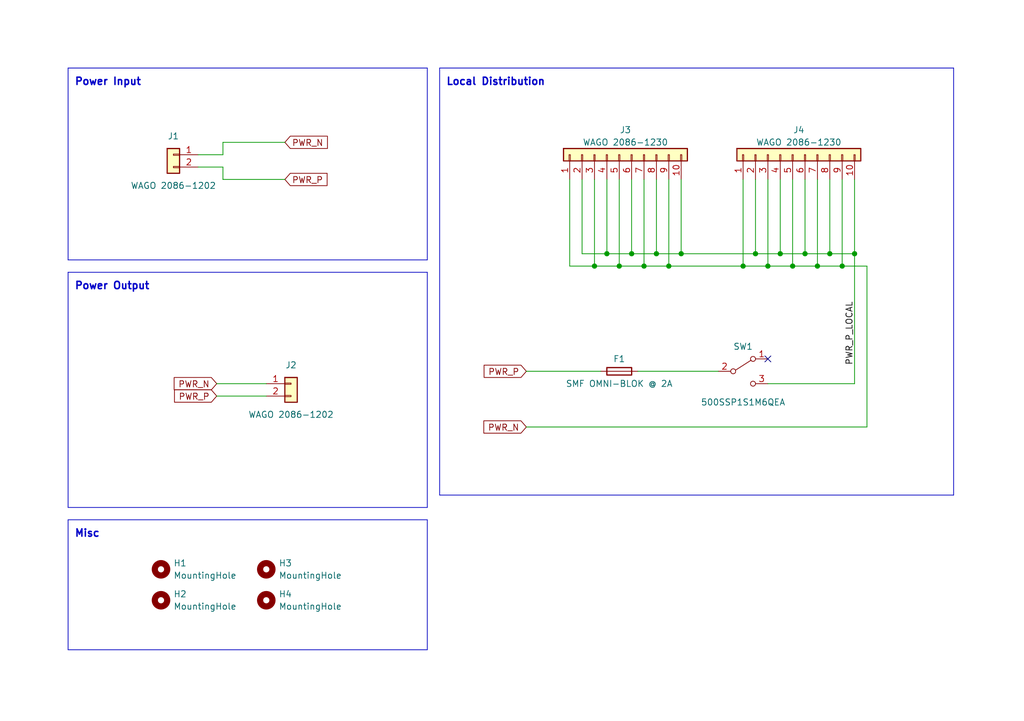
<source format=kicad_sch>
(kicad_sch (version 20230121) (generator eeschema)
  (paper "A5")
  (title_block (title "Model Train Power Distribution Board") (date "2023-02-25") (rev "2") (company "Jonas Döbertin"))
  (lib_symbols
    (symbol "Connector_Generic:Conn_01x02" (pin_names (offset 1.016) hide)
      (property "Reference" "J" (at 0 2.54 0))
      (property "Value" "Conn_01x02" (at 0 -5.08 0))
      (symbol "Conn_01x02_1_1"
        (rectangle (start -1.27 -2.413) (end 0 -2.667) (stroke (width 0.1524)))
        (rectangle (start -1.27 0.127) (end 0 -0.127) (stroke (width 0.1524)))
        (rectangle (start -1.27 1.27) (end 1.27 -3.81) (stroke (width 0.254)) (fill (type background)))
        (pin passive line (at -5.08 0 0) (length 3.81) (name "Pin_1") (number "1"))
        (pin passive line (at -5.08 -2.54 0) (length 3.81) (name "Pin_2") (number "2"))
      )
    )
    (symbol "Connector_Generic:Conn_01x10" (pin_names (offset 1.016) hide)
      (property "Reference" "J" (at 0 12.7 0))
      (property "Value" "Conn_01x10" (at 0 -15.24 0))
      (symbol "Conn_01x10_1_1"
        (rectangle (start -1.27 -12.573) (end 0 -12.827) (stroke (width 0.1524)))
        (rectangle (start -1.27 -10.033) (end 0 -10.287) (stroke (width 0.1524)))
        (rectangle (start -1.27 -7.493) (end 0 -7.747) (stroke (width 0.1524)))
        (rectangle (start -1.27 -4.953) (end 0 -5.207) (stroke (width 0.1524)))
        (rectangle (start -1.27 -2.413) (end 0 -2.667) (stroke (width 0.1524)))
        (rectangle (start -1.27 0.127) (end 0 -0.127) (stroke (width 0.1524)))
        (rectangle (start -1.27 2.667) (end 0 2.413) (stroke (width 0.1524)))
        (rectangle (start -1.27 5.207) (end 0 4.953) (stroke (width 0.1524)))
        (rectangle (start -1.27 7.747) (end 0 7.493) (stroke (width 0.1524)))
        (rectangle (start -1.27 10.287) (end 0 10.033) (stroke (width 0.1524)))
        (rectangle (start -1.27 11.43) (end 1.27 -13.97) (stroke (width 0.254)) (fill (type background)))
        (pin passive line (at -5.08 10.16 0) (length 3.81) (name "Pin_1") (number "1"))
        (pin passive line (at -5.08 -12.7 0) (length 3.81) (name "Pin_10") (number "10"))
        (pin passive line (at -5.08 7.62 0) (length 3.81) (name "Pin_2") (number "2"))
        (pin passive line (at -5.08 5.08 0) (length 3.81) (name "Pin_3") (number "3"))
        (pin passive line (at -5.08 2.54 0) (length 3.81) (name "Pin_4") (number "4"))
        (pin passive line (at -5.08 0 0) (length 3.81) (name "Pin_5") (number "5"))
        (pin passive line (at -5.08 -2.54 0) (length 3.81) (name "Pin_6") (number "6"))
        (pin passive line (at -5.08 -5.08 0) (length 3.81) (name "Pin_7") (number "7"))
        (pin passive line (at -5.08 -7.62 0) (length 3.81) (name "Pin_8") (number "8"))
        (pin passive line (at -5.08 -10.16 0) (length 3.81) (name "Pin_9") (number "9"))
      )
    )
    (symbol "Device:Fuse" (pin_numbers hide) (pin_names (offset 0))
      (property "Reference" "F" (at 2.032 0 90))
      (property "Value" "Fuse" (at -1.905 0 90))
      (symbol "Fuse_0_1"
        (rectangle (start -0.762 -2.54) (end 0.762 2.54) (stroke (width 0.254)))
        (polyline (pts (xy 0 2.54) (xy 0 -2.54)))
      )
      (symbol "Fuse_1_1"
        (pin passive line (at 0 3.81 270) (length 1.27) (name "~") (number "1"))
        (pin passive line (at 0 -3.81 90) (length 1.27) (name "~") (number "2"))
      )
    )
    (symbol "Mechanical:MountingHole" (pin_names (offset 1.016))
      (property "Reference" "H" (at 0 5.08 0))
      (property "Value" "MountingHole" (at 0 3.175 0))
      (symbol "MountingHole_0_1"
        (circle (center 0 0) (radius 1.27) (stroke (width 1.27)))
      )
    )
    (symbol "Switch:SW_SPDT" (pin_names (offset 0) hide)
      (property "Reference" "SW" (at 0 4.318 0))
      (property "Value" "SW_SPDT" (at 0 -5.08 0))
      (symbol "SW_SPDT_0_0"
        (circle (center -2.032 0) (radius 0.508))
        (circle (center 2.032 -2.54) (radius 0.508))
      )
      (symbol "SW_SPDT_0_1"
        (polyline (pts (xy -1.524 0.254) (xy 1.651 2.286)))
        (circle (center 2.032 2.54) (radius 0.508))
      )
      (symbol "SW_SPDT_1_1"
        (pin passive line (at 5.08 2.54 180) (length 2.54) (name "A") (number "1"))
        (pin passive line (at -5.08 0 0) (length 2.54) (name "B") (number "2"))
        (pin passive line (at 5.08 -2.54 180) (length 2.54) (name "C") (number "3"))
      )
    )
  )
  (junction (at 139.7 52.07))
  (junction (at 157.48 54.61))
  (junction (at 165.1 52.07))
  (junction (at 132.08 54.61))
  (junction (at 121.92 54.61))
  (junction (at 162.56 54.61))
  (junction (at 175.26 52.07))
  (junction (at 129.54 52.07))
  (junction (at 160.02 52.07))
  (junction (at 170.18 52.07))
  (junction (at 127 54.61))
  (junction (at 167.64 54.61))
  (junction (at 154.94 52.07))
  (junction (at 152.4 54.61))
  (junction (at 134.62 52.07))
  (junction (at 172.72 54.61))
  (junction (at 124.46 52.07))
  (junction (at 137.16 54.61))
  (no_connect (at 157.48 73.66))
  (wire (pts (xy 170.18 52.07) (xy 175.26 52.07)))
  (wire (pts (xy 132.08 36.83) (xy 132.08 54.61)))
  (wire (pts (xy 167.64 36.83) (xy 167.64 54.61)))
  (wire (pts (xy 130.81 76.2) (xy 147.32 76.2)))
  (wire (pts (xy 162.56 36.83) (xy 162.56 54.61)))
  (polyline (pts (xy 13.97 55.88) (xy 13.97 104.14)))
  (wire (pts (xy 177.8 54.61) (xy 177.8 87.63)))
  (wire (pts (xy 124.46 52.07) (xy 129.54 52.07)))
  (wire (pts (xy 121.92 54.61) (xy 127 54.61)))
  (wire (pts (xy 124.46 36.83) (xy 124.46 52.07)))
  (wire (pts (xy 175.26 78.74) (xy 175.26 52.07)))
  (polyline (pts (xy 13.97 55.88) (xy 87.63 55.88)))
  (wire (pts (xy 139.7 52.07) (xy 154.94 52.07)))
  (wire (pts (xy 119.38 36.83) (xy 119.38 52.07)))
  (polyline (pts (xy 87.63 13.97) (xy 87.63 53.34)))
  (wire (pts (xy 119.38 52.07) (xy 124.46 52.07)))
  (wire (pts (xy 134.62 52.07) (xy 139.7 52.07)))
  (wire (pts (xy 44.45 78.74) (xy 54.61 78.74)))
  (wire (pts (xy 157.48 36.83) (xy 157.48 54.61)))
  (wire (pts (xy 129.54 52.07) (xy 134.62 52.07)))
  (wire (pts (xy 154.94 52.07) (xy 160.02 52.07)))
  (polyline (pts (xy 13.97 13.97) (xy 87.63 13.97)))
  (wire (pts (xy 172.72 36.83) (xy 172.72 54.61)))
  (polyline (pts (xy 13.97 106.68) (xy 13.97 133.35)))
  (polyline (pts (xy 13.97 106.68) (xy 87.63 106.68)))
  (wire (pts (xy 137.16 54.61) (xy 152.4 54.61)))
  (polyline (pts (xy 87.63 55.88) (xy 87.63 104.14)))
  (wire (pts (xy 45.72 34.29) (xy 45.72 36.83)))
  (polyline (pts (xy 87.63 53.34) (xy 13.97 53.34)))
  (polyline (pts (xy 87.63 106.68) (xy 87.63 133.35)))
  (wire (pts (xy 116.84 54.61) (xy 121.92 54.61)))
  (polyline (pts (xy 87.63 133.35) (xy 13.97 133.35)))
  (wire (pts (xy 157.48 54.61) (xy 162.56 54.61)))
  (polyline (pts (xy 87.63 104.14) (xy 13.97 104.14)))
  (wire (pts (xy 40.64 31.75) (xy 45.72 31.75)))
  (wire (pts (xy 134.62 36.83) (xy 134.62 52.07)))
  (wire (pts (xy 165.1 52.07) (xy 170.18 52.07)))
  (wire (pts (xy 45.72 29.21) (xy 58.42 29.21)))
  (wire (pts (xy 162.56 54.61) (xy 167.64 54.61)))
  (wire (pts (xy 132.08 54.61) (xy 137.16 54.61)))
  (wire (pts (xy 121.92 36.83) (xy 121.92 54.61)))
  (wire (pts (xy 116.84 36.83) (xy 116.84 54.61)))
  (wire (pts (xy 157.48 78.74) (xy 175.26 78.74)))
  (wire (pts (xy 127 36.83) (xy 127 54.61)))
  (wire (pts (xy 165.1 36.83) (xy 165.1 52.07)))
  (wire (pts (xy 154.94 36.83) (xy 154.94 52.07)))
  (polyline (pts (xy 195.58 13.97) (xy 195.58 101.6)))
  (wire (pts (xy 177.8 87.63) (xy 107.95 87.63)))
  (polyline (pts (xy 90.17 13.97) (xy 195.58 13.97)))
  (wire (pts (xy 137.16 36.83) (xy 137.16 54.61)))
  (wire (pts (xy 107.95 76.2) (xy 123.19 76.2)))
  (wire (pts (xy 152.4 36.83) (xy 152.4 54.61)))
  (wire (pts (xy 175.26 36.83) (xy 175.26 52.07)))
  (wire (pts (xy 45.72 29.21) (xy 45.72 31.75)))
  (wire (pts (xy 160.02 52.07) (xy 165.1 52.07)))
  (wire (pts (xy 177.8 54.61) (xy 172.72 54.61)))
  (wire (pts (xy 127 54.61) (xy 132.08 54.61)))
  (polyline (pts (xy 13.97 13.97) (xy 13.97 53.34)))
  (wire (pts (xy 170.18 36.83) (xy 170.18 52.07)))
  (wire (pts (xy 44.45 81.28) (xy 54.61 81.28)))
  (wire (pts (xy 152.4 54.61) (xy 157.48 54.61)))
  (wire (pts (xy 45.72 36.83) (xy 58.42 36.83)))
  (wire (pts (xy 129.54 36.83) (xy 129.54 52.07)))
  (wire (pts (xy 139.7 36.83) (xy 139.7 52.07)))
  (wire (pts (xy 40.64 34.29) (xy 45.72 34.29)))
  (wire (pts (xy 160.02 36.83) (xy 160.02 52.07)))
  (polyline (pts (xy 90.17 101.6) (xy 90.17 13.97)))
  (wire (pts (xy 167.64 54.61) (xy 172.72 54.61)))
  (polyline (pts (xy 90.17 101.6) (xy 195.58 101.6)))
  (text "Misc" (at 15.24 110.49 0) (effects (font (size 1.5 1.5) (thickness 0.3) bold) (justify left bottom)))
  (text "Power Output" (at 15.24 59.69 0) (effects (font (size 1.5 1.5) (thickness 0.3) bold) (justify left bottom)))
  (text "Power Input" (at 15.24 17.78 0) (effects (font (size 1.5 1.5) (thickness 0.3) bold) (justify left bottom)))
  (text "Local Distribution" (at 91.44 17.78 0) (effects (font (size 1.5 1.5) (thickness 0.3) bold) (justify left bottom)))
  (label "PWR_P_LOCAL" (at 175.26 74.93 90))
  (global_label "PWR_P" (shape input) (at 44.45 81.28 180) (property "Intersheetrefs" "${INTERSHEET_REFS}" (effects hide)))
  (global_label "PWR_N" (shape input) (at 44.45 78.74 180) (property "Intersheetrefs" "${INTERSHEET_REFS}" (effects hide)))
  (global_label "PWR_P" (shape input) (at 107.95 76.2 180) (property "Intersheetrefs" "${INTERSHEET_REFS}" (effects hide)))
  (global_label "PWR_N" (shape input) (at 107.95 87.63 180) (property "Intersheetrefs" "${INTERSHEET_REFS}" (effects hide)))
  (global_label "PWR_N" (shape input) (at 58.42 29.21 0) (property "Intersheetrefs" "${INTERSHEET_REFS}" (effects hide)))
  (global_label "PWR_P" (shape input) (at 58.42 36.83 0) (property "Intersheetrefs" "${INTERSHEET_REFS}" (effects hide)))
  (symbol (lib_id "Mechanical:MountingHole") (at 33.02 123.19 0) (unit 1)
    (property "Reference" "H2" (at 35.56 121.9199 0) (effects (justify left)))
    (property "Value" "MountingHole" (at 35.56 124.4599 0) (effects (justify left)))
    (property "Footprint" "MountingHole:MountingHole_3.2mm_M3" (effects hide))
  )
  (symbol (lib_id "Connector_Generic:Conn_01x10") (at 127 31.75 90) (unit 1)
    (property "Reference" "J3" (at 128.27 26.67 90))
    (property "Value" "WAGO 2086-1230" (at 128.27 29.21 90))
    (property "Footprint" "Connector_Wago:WAGO_2086-1230" (effects hide))
  )
  (symbol (lib_id "Mechanical:MountingHole") (at 54.61 123.19 0) (unit 1)
    (property "Reference" "H4" (at 57.15 121.9199 0) (effects (justify left)))
    (property "Value" "MountingHole" (at 57.15 124.4599 0) (effects (justify left)))
    (property "Footprint" "MountingHole:MountingHole_3.2mm_M3" (effects hide))
  )
  (symbol (lib_id "Connector_Generic:Conn_01x02") (at 59.69 78.74 0) (unit 1)
    (property "Reference" "J2" (at 59.69 74.93 0))
    (property "Value" "WAGO 2086-1202" (at 59.69 85.09 0))
    (property "Footprint" "Connector_Wago:WAGO_2086-1202" (effects hide))
  )
  (symbol (lib_id "Connector_Generic:Conn_01x02") (at 35.56 31.75 0) (mirror y) (unit 1)
    (property "Reference" "J1" (at 35.56 27.94 0))
    (property "Value" "WAGO 2086-1202" (at 35.56 38.1 0))
    (property "Footprint" "Connector_Wago:WAGO_2086-1202" (effects hide))
  )
  (symbol (lib_id "Switch:SW_SPDT") (at 152.4 76.2 0) (unit 1)
    (property "Reference" "SW1" (at 152.4 71.12 0))
    (property "Value" "500SSP1S1M6QEA" (at 152.4 82.55 0))
    (property "Footprint" "Button_Switch_THT:SW_Salecom_TS-13P_SPDT" (effects hide))
  )
  (symbol (lib_id "Connector_Generic:Conn_01x10") (at 162.56 31.75 90) (unit 1)
    (property "Reference" "J4" (at 163.83 26.67 90))
    (property "Value" "WAGO 2086-1230" (at 163.83 29.21 90))
    (property "Footprint" "Connector_Wago:WAGO_2086-1230" (effects hide))
  )
  (symbol (lib_id "Mechanical:MountingHole") (at 54.61 116.84 0) (unit 1)
    (property "Reference" "H3" (at 57.15 115.5699 0) (effects (justify left)))
    (property "Value" "MountingHole" (at 57.15 118.1099 0) (effects (justify left)))
    (property "Footprint" "MountingHole:MountingHole_3.2mm_M3" (effects hide))
  )
  (symbol (lib_id "Device:Fuse") (at 127 76.2 90) (unit 1)
    (property "Reference" "F1" (at 127 73.66 90))
    (property "Value" "SMF OMNI-BLOK @ 2A" (at 127 78.74 90))
    (property "Footprint" "Fuse:Fuseholder_Littelfuse_Nano2_154x" (effects hide))
  )
  (symbol (lib_id "Mechanical:MountingHole") (at 33.02 116.84 0) (unit 1)
    (property "Reference" "H1" (at 35.56 115.5699 0) (effects (justify left)))
    (property "Value" "MountingHole" (at 35.56 118.1099 0) (effects (justify left)))
    (property "Footprint" "MountingHole:MountingHole_3.2mm_M3" (effects hide))
  )
)
</source>
